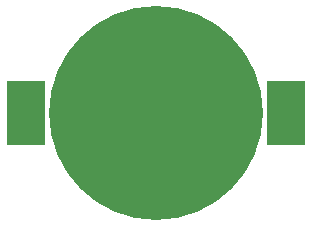
<source format=gbr>
G04 #@! TF.FileFunction,Soldermask,Bot*
%FSLAX46Y46*%
G04 Gerber Fmt 4.6, Leading zero omitted, Abs format (unit mm)*
G04 Created by KiCad (PCBNEW 4.0.4-stable) date 10/20/17 11:10:49*
%MOMM*%
%LPD*%
G01*
G04 APERTURE LIST*
%ADD10C,0.100000*%
%ADD11R,3.190000X5.480000*%
%ADD12C,18.120000*%
G04 APERTURE END LIST*
D10*
D11*
X142020000Y-93060000D03*
D12*
X131040000Y-93060000D03*
D11*
X120060000Y-93060000D03*
M02*

</source>
